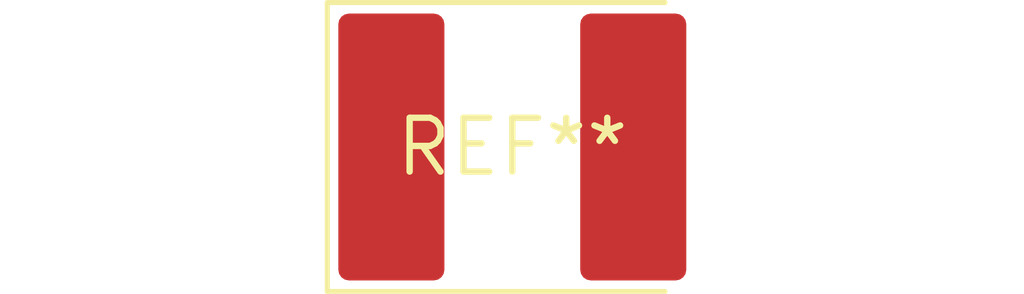
<source format=kicad_pcb>
(kicad_pcb (version 20240108) (generator pcbnew)
  (layers (0 "F.Cu" signal) (31 "B.Cu" signal) (34 "B.Paste" user) (35 "F.Paste" user) (36 "B.SilkS" user "B.Silkscreen") (37 "F.SilkS" user "F.Silkscreen") (38 "B.Mask" user) (39 "F.Mask" user) (44 "Edge.Cuts" user))
  (net 0 "")
  (footprint "CP_EIA-7260-38_AVX-R" (layer "F.Cu") (at 0 0)
    (property "Reference" "REF**")
    (property "Value" "CP_EIA-7260-38_AVX-R")
    (fp_line (start -4.36 -3.41) (end -4.36 3.41) (layer "F.SilkS") (stroke (width 0.12)))
    (fp_line (start -4.36 3.41) (end 3.6 3.41) (layer "F.SilkS") (stroke (width 0.12)))
    (fp_line (start 3.6 -3.41) (end -4.36 -3.41) (layer "F.SilkS") (stroke (width 0.12)))
    (pad "1" smd roundrect (at -2.85 0) (size 2.5 6.3) (layers "F.Cu" "F.Paste" "F.Mask") (roundrect_rratio 0.1))
    (pad "2" smd roundrect (at 2.85 0) (size 2.5 6.3) (layers "F.Cu" "F.Paste" "F.Mask") (roundrect_rratio 0.1))
  )
)
</source>
